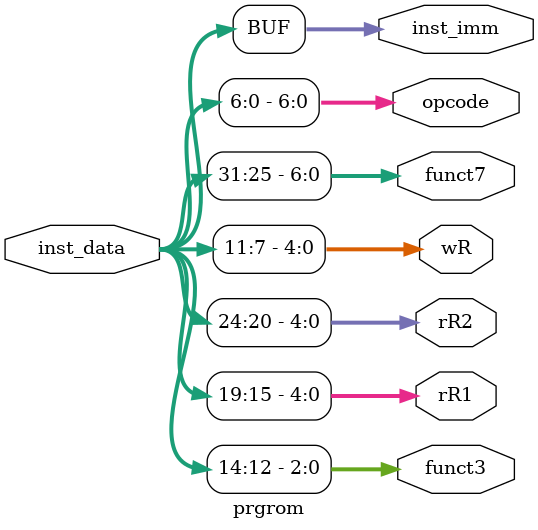
<source format=v>
`timescale 1ns / 1ps


module prgrom(
    //input [31:0] pc,
    input [31:0] inst_data,
    output reg [2:0] funct3,
    output reg [4:0] rR1,
    output reg [4:0] rR2,
    output reg [4:0] wR,
    output reg [6:0] funct7,
    output reg [6:0] opcode,
    output reg [31:0] inst_imm
    );
    
    //reg [31:0] inst_data;
    
//    inst_mem u_program(
//        .a(pc[15:2]),
//        .spo(inst_data)
//    );
    
    always @(inst_data) begin
        rR1 = inst_data[19:15];  
    end
    
    always @(inst_data) begin
        rR2 = inst_data[24:20];
    end
    
    always @(inst_data) begin
        wR = inst_data[11:7];  
    end    
    
    always @(inst_data) begin
        inst_imm = inst_data;  
    end        
 
     always @(inst_data) begin
        funct3 = inst_data[14:12];  
    end      
    
     always @(inst_data) begin
        funct7 = inst_data[31:25]; 
    end          
    
     always @(inst_data) begin
        opcode = inst_data[6:0]; 
    end       
    
endmodule






</source>
